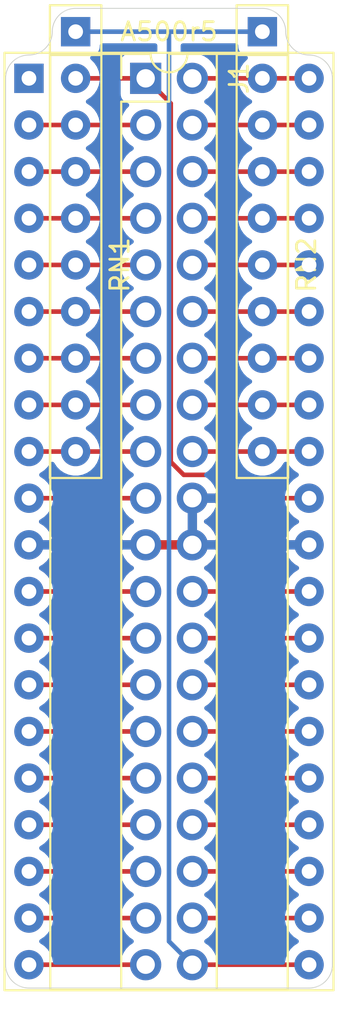
<source format=kicad_pcb>
(kicad_pcb (version 20171130) (host pcbnew 5.1.8-1.fc33)

  (general
    (thickness 1.6)
    (drawings 12)
    (tracks 68)
    (zones 0)
    (modules 4)
    (nets 39)
  )

  (page A4)
  (layers
    (0 F.Cu signal)
    (31 B.Cu signal)
    (32 B.Adhes user)
    (33 F.Adhes user)
    (34 B.Paste user)
    (35 F.Paste user)
    (36 B.SilkS user)
    (37 F.SilkS user)
    (38 B.Mask user)
    (39 F.Mask user)
    (40 Dwgs.User user)
    (41 Cmts.User user)
    (42 Eco1.User user)
    (43 Eco2.User user)
    (44 Edge.Cuts user)
    (45 Margin user)
    (46 B.CrtYd user)
    (47 F.CrtYd user)
    (48 B.Fab user)
    (49 F.Fab user)
  )

  (setup
    (last_trace_width 0.25)
    (trace_clearance 0.2)
    (zone_clearance 0.508)
    (zone_45_only no)
    (trace_min 0.2)
    (via_size 0.8)
    (via_drill 0.4)
    (via_min_size 0.4)
    (via_min_drill 0.3)
    (uvia_size 0.3)
    (uvia_drill 0.1)
    (uvias_allowed no)
    (uvia_min_size 0.2)
    (uvia_min_drill 0.1)
    (edge_width 0.05)
    (segment_width 0.2)
    (pcb_text_width 0.3)
    (pcb_text_size 1.5 1.5)
    (mod_edge_width 0.12)
    (mod_text_size 1 1)
    (mod_text_width 0.15)
    (pad_size 1.524 1.524)
    (pad_drill 0.762)
    (pad_to_mask_clearance 0)
    (aux_axis_origin 0 0)
    (visible_elements FFFFFF7F)
    (pcbplotparams
      (layerselection 0x010fc_ffffffff)
      (usegerberextensions false)
      (usegerberattributes true)
      (usegerberadvancedattributes true)
      (creategerberjobfile true)
      (excludeedgelayer true)
      (linewidth 0.100000)
      (plotframeref false)
      (viasonmask false)
      (mode 1)
      (useauxorigin false)
      (hpglpennumber 1)
      (hpglpenspeed 20)
      (hpglpendiameter 15.000000)
      (psnegative false)
      (psa4output false)
      (plotreference true)
      (plotvalue true)
      (plotinvisibletext false)
      (padsonsilk false)
      (subtractmaskfromsilk false)
      (outputformat 1)
      (mirror false)
      (drillshape 1)
      (scaleselection 1)
      (outputdirectory ""))
  )

  (net 0 "")
  (net 1 /D3)
  (net 2 GND)
  (net 3 /D4)
  (net 4 /D2)
  (net 5 /D5)
  (net 6 /D1)
  (net 7 /D6)
  (net 8 /D0)
  (net 9 /D7)
  (net 10 /A0)
  (net 11 /~CE)
  (net 12 /A1)
  (net 13 /A10)
  (net 14 /A2)
  (net 15 /~OE)
  (net 16 /A3)
  (net 17 /A11)
  (net 18 /A4)
  (net 19 /A9)
  (net 20 /A5)
  (net 21 /A8)
  (net 22 /A6)
  (net 23 /A13)
  (net 24 /A7)
  (net 25 /A14)
  (net 26 /A12)
  (net 27 /A15)
  (net 28 /EXT_VCC)
  (net 29 /D11)
  (net 30 /D12)
  (net 31 /D10)
  (net 32 /D13)
  (net 33 /D9)
  (net 34 /D14)
  (net 35 /D8)
  (net 36 /D15)
  (net 37 /A16)
  (net 38 /A17)

  (net_class Default "This is the default net class."
    (clearance 0.2)
    (trace_width 0.25)
    (via_dia 0.8)
    (via_drill 0.4)
    (uvia_dia 0.3)
    (uvia_drill 0.1)
    (add_net /A0)
    (add_net /A1)
    (add_net /A10)
    (add_net /A11)
    (add_net /A12)
    (add_net /A13)
    (add_net /A14)
    (add_net /A15)
    (add_net /A16)
    (add_net /A17)
    (add_net /A2)
    (add_net /A3)
    (add_net /A4)
    (add_net /A5)
    (add_net /A6)
    (add_net /A7)
    (add_net /A8)
    (add_net /A9)
    (add_net /D0)
    (add_net /D1)
    (add_net /D10)
    (add_net /D11)
    (add_net /D12)
    (add_net /D13)
    (add_net /D14)
    (add_net /D15)
    (add_net /D2)
    (add_net /D3)
    (add_net /D4)
    (add_net /D5)
    (add_net /D6)
    (add_net /D7)
    (add_net /D8)
    (add_net /D9)
    (add_net /EXT_VCC)
    (add_net /~CE)
    (add_net /~OE)
    (add_net "Net-(U1-Pad1)")
  )

  (net_class POWER ""
    (clearance 0.2)
    (trace_width 0.45)
    (via_dia 0.8)
    (via_drill 0.4)
    (uvia_dia 0.3)
    (uvia_drill 0.1)
    (add_net GND)
  )

  (module Resistor_THT:R_Array_SIP10 (layer F.Cu) (tedit 5A14249F) (tstamp 5FB961EF)
    (at 154.94 67.31 270)
    (descr "10-pin Resistor SIP pack")
    (tags R)
    (path /5FCDD6B9)
    (fp_text reference RN2 (at 12.7 -2.4 90) (layer F.SilkS)
      (effects (font (size 1 1) (thickness 0.15)))
    )
    (fp_text value 4k7 (at 12.7 2.4 90) (layer F.Fab)
      (effects (font (size 1 1) (thickness 0.15)))
    )
    (fp_text user %R (at 11.43 0 90) (layer F.Fab)
      (effects (font (size 1 1) (thickness 0.15)))
    )
    (fp_line (start -1.29 -1.25) (end -1.29 1.25) (layer F.Fab) (width 0.1))
    (fp_line (start -1.29 1.25) (end 24.15 1.25) (layer F.Fab) (width 0.1))
    (fp_line (start 24.15 1.25) (end 24.15 -1.25) (layer F.Fab) (width 0.1))
    (fp_line (start 24.15 -1.25) (end -1.29 -1.25) (layer F.Fab) (width 0.1))
    (fp_line (start 1.27 -1.25) (end 1.27 1.25) (layer F.Fab) (width 0.1))
    (fp_line (start -1.44 -1.4) (end -1.44 1.4) (layer F.SilkS) (width 0.12))
    (fp_line (start -1.44 1.4) (end 24.3 1.4) (layer F.SilkS) (width 0.12))
    (fp_line (start 24.3 1.4) (end 24.3 -1.4) (layer F.SilkS) (width 0.12))
    (fp_line (start 24.3 -1.4) (end -1.44 -1.4) (layer F.SilkS) (width 0.12))
    (fp_line (start 1.27 -1.4) (end 1.27 1.4) (layer F.SilkS) (width 0.12))
    (fp_line (start -1.7 -1.65) (end -1.7 1.65) (layer F.CrtYd) (width 0.05))
    (fp_line (start -1.7 1.65) (end 24.55 1.65) (layer F.CrtYd) (width 0.05))
    (fp_line (start 24.55 1.65) (end 24.55 -1.65) (layer F.CrtYd) (width 0.05))
    (fp_line (start 24.55 -1.65) (end -1.7 -1.65) (layer F.CrtYd) (width 0.05))
    (pad 10 thru_hole oval (at 22.86 0 270) (size 1.6 1.6) (drill 0.8) (layers *.Cu *.Mask)
      (net 37 /A16))
    (pad 9 thru_hole oval (at 20.32 0 270) (size 1.6 1.6) (drill 0.8) (layers *.Cu *.Mask)
      (net 27 /A15))
    (pad 8 thru_hole oval (at 17.78 0 270) (size 1.6 1.6) (drill 0.8) (layers *.Cu *.Mask)
      (net 25 /A14))
    (pad 7 thru_hole oval (at 15.24 0 270) (size 1.6 1.6) (drill 0.8) (layers *.Cu *.Mask)
      (net 23 /A13))
    (pad 6 thru_hole oval (at 12.7 0 270) (size 1.6 1.6) (drill 0.8) (layers *.Cu *.Mask)
      (net 26 /A12))
    (pad 5 thru_hole oval (at 10.16 0 270) (size 1.6 1.6) (drill 0.8) (layers *.Cu *.Mask)
      (net 17 /A11))
    (pad 4 thru_hole oval (at 7.62 0 270) (size 1.6 1.6) (drill 0.8) (layers *.Cu *.Mask)
      (net 13 /A10))
    (pad 3 thru_hole oval (at 5.08 0 270) (size 1.6 1.6) (drill 0.8) (layers *.Cu *.Mask)
      (net 19 /A9))
    (pad 2 thru_hole oval (at 2.54 0 270) (size 1.6 1.6) (drill 0.8) (layers *.Cu *.Mask)
      (net 21 /A8))
    (pad 1 thru_hole rect (at 0 0 270) (size 1.6 1.6) (drill 0.8) (layers *.Cu *.Mask)
      (net 28 /EXT_VCC))
    (model ${KISYS3DMOD}/Resistor_THT.3dshapes/R_Array_SIP10.wrl
      (at (xyz 0 0 0))
      (scale (xyz 1 1 1))
      (rotate (xyz 0 0 0))
    )
  )

  (module Resistor_THT:R_Array_SIP10 (layer F.Cu) (tedit 5A14249F) (tstamp 5FB961D2)
    (at 144.78 67.31 270)
    (descr "10-pin Resistor SIP pack")
    (tags R)
    (path /5FCCDD63)
    (fp_text reference RN1 (at 12.7 -2.4 90) (layer F.SilkS)
      (effects (font (size 1 1) (thickness 0.15)))
    )
    (fp_text value 4k7 (at 12.7 2.4 90) (layer F.Fab)
      (effects (font (size 1 1) (thickness 0.15)))
    )
    (fp_text user %R (at 11.43 0 90) (layer F.Fab)
      (effects (font (size 1 1) (thickness 0.15)))
    )
    (fp_line (start -1.29 -1.25) (end -1.29 1.25) (layer F.Fab) (width 0.1))
    (fp_line (start -1.29 1.25) (end 24.15 1.25) (layer F.Fab) (width 0.1))
    (fp_line (start 24.15 1.25) (end 24.15 -1.25) (layer F.Fab) (width 0.1))
    (fp_line (start 24.15 -1.25) (end -1.29 -1.25) (layer F.Fab) (width 0.1))
    (fp_line (start 1.27 -1.25) (end 1.27 1.25) (layer F.Fab) (width 0.1))
    (fp_line (start -1.44 -1.4) (end -1.44 1.4) (layer F.SilkS) (width 0.12))
    (fp_line (start -1.44 1.4) (end 24.3 1.4) (layer F.SilkS) (width 0.12))
    (fp_line (start 24.3 1.4) (end 24.3 -1.4) (layer F.SilkS) (width 0.12))
    (fp_line (start 24.3 -1.4) (end -1.44 -1.4) (layer F.SilkS) (width 0.12))
    (fp_line (start 1.27 -1.4) (end 1.27 1.4) (layer F.SilkS) (width 0.12))
    (fp_line (start -1.7 -1.65) (end -1.7 1.65) (layer F.CrtYd) (width 0.05))
    (fp_line (start -1.7 1.65) (end 24.55 1.65) (layer F.CrtYd) (width 0.05))
    (fp_line (start 24.55 1.65) (end 24.55 -1.65) (layer F.CrtYd) (width 0.05))
    (fp_line (start 24.55 -1.65) (end -1.7 -1.65) (layer F.CrtYd) (width 0.05))
    (pad 10 thru_hole oval (at 22.86 0 270) (size 1.6 1.6) (drill 0.8) (layers *.Cu *.Mask)
      (net 10 /A0))
    (pad 9 thru_hole oval (at 20.32 0 270) (size 1.6 1.6) (drill 0.8) (layers *.Cu *.Mask)
      (net 12 /A1))
    (pad 8 thru_hole oval (at 17.78 0 270) (size 1.6 1.6) (drill 0.8) (layers *.Cu *.Mask)
      (net 14 /A2))
    (pad 7 thru_hole oval (at 15.24 0 270) (size 1.6 1.6) (drill 0.8) (layers *.Cu *.Mask)
      (net 16 /A3))
    (pad 6 thru_hole oval (at 12.7 0 270) (size 1.6 1.6) (drill 0.8) (layers *.Cu *.Mask)
      (net 18 /A4))
    (pad 5 thru_hole oval (at 10.16 0 270) (size 1.6 1.6) (drill 0.8) (layers *.Cu *.Mask)
      (net 20 /A5))
    (pad 4 thru_hole oval (at 7.62 0 270) (size 1.6 1.6) (drill 0.8) (layers *.Cu *.Mask)
      (net 22 /A6))
    (pad 3 thru_hole oval (at 5.08 0 270) (size 1.6 1.6) (drill 0.8) (layers *.Cu *.Mask)
      (net 24 /A7))
    (pad 2 thru_hole oval (at 2.54 0 270) (size 1.6 1.6) (drill 0.8) (layers *.Cu *.Mask)
      (net 38 /A17))
    (pad 1 thru_hole rect (at 0 0 270) (size 1.6 1.6) (drill 0.8) (layers *.Cu *.Mask)
      (net 28 /EXT_VCC))
    (model ${KISYS3DMOD}/Resistor_THT.3dshapes/R_Array_SIP10.wrl
      (at (xyz 0 0 0))
      (scale (xyz 1 1 1))
      (rotate (xyz 0 0 0))
    )
  )

  (module Package_DIP:DIP-40_W15.24mm_Socket (layer F.Cu) (tedit 5A02E8C5) (tstamp 5FB94C7B)
    (at 142.24 69.85)
    (descr "40-lead though-hole mounted DIP package, row spacing 15.24 mm (600 mils), Socket")
    (tags "THT DIP DIL PDIP 2.54mm 15.24mm 600mil Socket")
    (path /5FB99B61)
    (fp_text reference A500r5 (at 7.62 -2.54) (layer F.SilkS)
      (effects (font (size 1 1) (thickness 0.15)))
    )
    (fp_text value "A500 R5" (at 7.62 50.59) (layer F.Fab)
      (effects (font (size 1 1) (thickness 0.15)))
    )
    (fp_line (start 16.8 -1.6) (end -1.55 -1.6) (layer F.CrtYd) (width 0.05))
    (fp_line (start 16.8 49.85) (end 16.8 -1.6) (layer F.CrtYd) (width 0.05))
    (fp_line (start -1.55 49.85) (end 16.8 49.85) (layer F.CrtYd) (width 0.05))
    (fp_line (start -1.55 -1.6) (end -1.55 49.85) (layer F.CrtYd) (width 0.05))
    (fp_line (start 16.57 -1.39) (end -1.33 -1.39) (layer F.SilkS) (width 0.12))
    (fp_line (start 16.57 49.65) (end 16.57 -1.39) (layer F.SilkS) (width 0.12))
    (fp_line (start -1.33 49.65) (end 16.57 49.65) (layer F.SilkS) (width 0.12))
    (fp_line (start -1.33 -1.39) (end -1.33 49.65) (layer F.SilkS) (width 0.12))
    (fp_line (start 14.08 -1.33) (end 8.62 -1.33) (layer F.SilkS) (width 0.12))
    (fp_line (start 14.08 49.59) (end 14.08 -1.33) (layer F.SilkS) (width 0.12))
    (fp_line (start 1.16 49.59) (end 14.08 49.59) (layer F.SilkS) (width 0.12))
    (fp_line (start 1.16 -1.33) (end 1.16 49.59) (layer F.SilkS) (width 0.12))
    (fp_line (start 6.62 -1.33) (end 1.16 -1.33) (layer F.SilkS) (width 0.12))
    (fp_line (start 16.51 -1.33) (end -1.27 -1.33) (layer F.Fab) (width 0.1))
    (fp_line (start 16.51 49.59) (end 16.51 -1.33) (layer F.Fab) (width 0.1))
    (fp_line (start -1.27 49.59) (end 16.51 49.59) (layer F.Fab) (width 0.1))
    (fp_line (start -1.27 -1.33) (end -1.27 49.59) (layer F.Fab) (width 0.1))
    (fp_line (start 0.255 -0.27) (end 1.255 -1.27) (layer F.Fab) (width 0.1))
    (fp_line (start 0.255 49.53) (end 0.255 -0.27) (layer F.Fab) (width 0.1))
    (fp_line (start 14.985 49.53) (end 0.255 49.53) (layer F.Fab) (width 0.1))
    (fp_line (start 14.985 -1.27) (end 14.985 49.53) (layer F.Fab) (width 0.1))
    (fp_line (start 1.255 -1.27) (end 14.985 -1.27) (layer F.Fab) (width 0.1))
    (fp_text user %R (at 7.62 24.13) (layer F.Fab)
      (effects (font (size 1 1) (thickness 0.15)))
    )
    (fp_arc (start 7.62 -1.33) (end 6.62 -1.33) (angle -180) (layer F.SilkS) (width 0.12))
    (pad 40 thru_hole oval (at 15.24 0) (size 1.6 1.6) (drill 0.8) (layers *.Cu *.Mask)
      (net 21 /A8))
    (pad 20 thru_hole oval (at 0 48.26) (size 1.6 1.6) (drill 0.8) (layers *.Cu *.Mask)
      (net 29 /D11))
    (pad 39 thru_hole oval (at 15.24 2.54) (size 1.6 1.6) (drill 0.8) (layers *.Cu *.Mask)
      (net 19 /A9))
    (pad 19 thru_hole oval (at 0 45.72) (size 1.6 1.6) (drill 0.8) (layers *.Cu *.Mask)
      (net 1 /D3))
    (pad 38 thru_hole oval (at 15.24 5.08) (size 1.6 1.6) (drill 0.8) (layers *.Cu *.Mask)
      (net 13 /A10))
    (pad 18 thru_hole oval (at 0 43.18) (size 1.6 1.6) (drill 0.8) (layers *.Cu *.Mask)
      (net 31 /D10))
    (pad 37 thru_hole oval (at 15.24 7.62) (size 1.6 1.6) (drill 0.8) (layers *.Cu *.Mask)
      (net 17 /A11))
    (pad 17 thru_hole oval (at 0 40.64) (size 1.6 1.6) (drill 0.8) (layers *.Cu *.Mask)
      (net 4 /D2))
    (pad 36 thru_hole oval (at 15.24 10.16) (size 1.6 1.6) (drill 0.8) (layers *.Cu *.Mask)
      (net 26 /A12))
    (pad 16 thru_hole oval (at 0 38.1) (size 1.6 1.6) (drill 0.8) (layers *.Cu *.Mask)
      (net 33 /D9))
    (pad 35 thru_hole oval (at 15.24 12.7) (size 1.6 1.6) (drill 0.8) (layers *.Cu *.Mask)
      (net 23 /A13))
    (pad 15 thru_hole oval (at 0 35.56) (size 1.6 1.6) (drill 0.8) (layers *.Cu *.Mask)
      (net 6 /D1))
    (pad 34 thru_hole oval (at 15.24 15.24) (size 1.6 1.6) (drill 0.8) (layers *.Cu *.Mask)
      (net 25 /A14))
    (pad 14 thru_hole oval (at 0 33.02) (size 1.6 1.6) (drill 0.8) (layers *.Cu *.Mask)
      (net 35 /D8))
    (pad 33 thru_hole oval (at 15.24 17.78) (size 1.6 1.6) (drill 0.8) (layers *.Cu *.Mask)
      (net 27 /A15))
    (pad 13 thru_hole oval (at 0 30.48) (size 1.6 1.6) (drill 0.8) (layers *.Cu *.Mask)
      (net 8 /D0))
    (pad 32 thru_hole oval (at 15.24 20.32) (size 1.6 1.6) (drill 0.8) (layers *.Cu *.Mask)
      (net 37 /A16))
    (pad 12 thru_hole oval (at 0 27.94) (size 1.6 1.6) (drill 0.8) (layers *.Cu *.Mask)
      (net 15 /~OE))
    (pad 31 thru_hole oval (at 15.24 22.86) (size 1.6 1.6) (drill 0.8) (layers *.Cu *.Mask)
      (net 38 /A17))
    (pad 11 thru_hole oval (at 0 25.4) (size 1.6 1.6) (drill 0.8) (layers *.Cu *.Mask)
      (net 2 GND))
    (pad 30 thru_hole oval (at 15.24 25.4) (size 1.6 1.6) (drill 0.8) (layers *.Cu *.Mask)
      (net 2 GND))
    (pad 10 thru_hole oval (at 0 22.86) (size 1.6 1.6) (drill 0.8) (layers *.Cu *.Mask)
      (net 11 /~CE))
    (pad 29 thru_hole oval (at 15.24 27.94) (size 1.6 1.6) (drill 0.8) (layers *.Cu *.Mask)
      (net 36 /D15))
    (pad 9 thru_hole oval (at 0 20.32) (size 1.6 1.6) (drill 0.8) (layers *.Cu *.Mask)
      (net 10 /A0))
    (pad 28 thru_hole oval (at 15.24 30.48) (size 1.6 1.6) (drill 0.8) (layers *.Cu *.Mask)
      (net 9 /D7))
    (pad 8 thru_hole oval (at 0 17.78) (size 1.6 1.6) (drill 0.8) (layers *.Cu *.Mask)
      (net 12 /A1))
    (pad 27 thru_hole oval (at 15.24 33.02) (size 1.6 1.6) (drill 0.8) (layers *.Cu *.Mask)
      (net 34 /D14))
    (pad 7 thru_hole oval (at 0 15.24) (size 1.6 1.6) (drill 0.8) (layers *.Cu *.Mask)
      (net 14 /A2))
    (pad 26 thru_hole oval (at 15.24 35.56) (size 1.6 1.6) (drill 0.8) (layers *.Cu *.Mask)
      (net 7 /D6))
    (pad 6 thru_hole oval (at 0 12.7) (size 1.6 1.6) (drill 0.8) (layers *.Cu *.Mask)
      (net 16 /A3))
    (pad 25 thru_hole oval (at 15.24 38.1) (size 1.6 1.6) (drill 0.8) (layers *.Cu *.Mask)
      (net 32 /D13))
    (pad 5 thru_hole oval (at 0 10.16) (size 1.6 1.6) (drill 0.8) (layers *.Cu *.Mask)
      (net 18 /A4))
    (pad 24 thru_hole oval (at 15.24 40.64) (size 1.6 1.6) (drill 0.8) (layers *.Cu *.Mask)
      (net 5 /D5))
    (pad 4 thru_hole oval (at 0 7.62) (size 1.6 1.6) (drill 0.8) (layers *.Cu *.Mask)
      (net 20 /A5))
    (pad 23 thru_hole oval (at 15.24 43.18) (size 1.6 1.6) (drill 0.8) (layers *.Cu *.Mask)
      (net 30 /D12))
    (pad 3 thru_hole oval (at 0 5.08) (size 1.6 1.6) (drill 0.8) (layers *.Cu *.Mask)
      (net 22 /A6))
    (pad 22 thru_hole oval (at 15.24 45.72) (size 1.6 1.6) (drill 0.8) (layers *.Cu *.Mask)
      (net 3 /D4))
    (pad 2 thru_hole oval (at 0 2.54) (size 1.6 1.6) (drill 0.8) (layers *.Cu *.Mask)
      (net 24 /A7))
    (pad 21 thru_hole oval (at 15.24 48.26) (size 1.6 1.6) (drill 0.8) (layers *.Cu *.Mask)
      (net 28 /EXT_VCC))
    (pad 1 thru_hole rect (at 0 0) (size 1.6 1.6) (drill 0.8) (layers *.Cu *.Mask))
    (model ${KISYS3DMOD}/Package_DIP.3dshapes/DIP-40_W15.24mm_Socket.wrl
      (at (xyz 0 0 0))
      (scale (xyz 1 1 1))
      (rotate (xyz 0 0 0))
    )
  )

  (module Connector_PinHeader_2.54mm:PinHeader_2x20_P2.54mm_Vertical (layer F.Cu) (tedit 59FED5CC) (tstamp 5FB94C37)
    (at 148.59 69.85)
    (descr "Through hole straight pin header, 2x20, 2.54mm pitch, double rows")
    (tags "Through hole pin header THT 2x20 2.54mm double row")
    (path /5FB9CB9B)
    (fp_text reference J1 (at 5.08 0 -90) (layer F.SilkS)
      (effects (font (size 1 1) (thickness 0.15)))
    )
    (fp_text value Adapter (at 1.27 50.59) (layer F.Fab)
      (effects (font (size 1 1) (thickness 0.15)))
    )
    (fp_line (start 4.35 -1.8) (end -1.8 -1.8) (layer F.CrtYd) (width 0.05))
    (fp_line (start 4.35 50.05) (end 4.35 -1.8) (layer F.CrtYd) (width 0.05))
    (fp_line (start -1.8 50.05) (end 4.35 50.05) (layer F.CrtYd) (width 0.05))
    (fp_line (start -1.8 -1.8) (end -1.8 50.05) (layer F.CrtYd) (width 0.05))
    (fp_line (start -1.33 -1.33) (end 0 -1.33) (layer F.SilkS) (width 0.12))
    (fp_line (start -1.33 0) (end -1.33 -1.33) (layer F.SilkS) (width 0.12))
    (fp_line (start 1.27 -1.33) (end 3.87 -1.33) (layer F.SilkS) (width 0.12))
    (fp_line (start 1.27 1.27) (end 1.27 -1.33) (layer F.SilkS) (width 0.12))
    (fp_line (start -1.33 1.27) (end 1.27 1.27) (layer F.SilkS) (width 0.12))
    (fp_line (start 3.87 -1.33) (end 3.87 49.59) (layer F.SilkS) (width 0.12))
    (fp_line (start -1.33 1.27) (end -1.33 49.59) (layer F.SilkS) (width 0.12))
    (fp_line (start -1.33 49.59) (end 3.87 49.59) (layer F.SilkS) (width 0.12))
    (fp_line (start -1.27 0) (end 0 -1.27) (layer F.Fab) (width 0.1))
    (fp_line (start -1.27 49.53) (end -1.27 0) (layer F.Fab) (width 0.1))
    (fp_line (start 3.81 49.53) (end -1.27 49.53) (layer F.Fab) (width 0.1))
    (fp_line (start 3.81 -1.27) (end 3.81 49.53) (layer F.Fab) (width 0.1))
    (fp_line (start 0 -1.27) (end 3.81 -1.27) (layer F.Fab) (width 0.1))
    (fp_text user %R (at 1.27 24.13 90) (layer F.Fab)
      (effects (font (size 1 1) (thickness 0.15)))
    )
    (pad 40 thru_hole oval (at 2.54 48.26) (size 1.7 1.7) (drill 1) (layers *.Cu *.Mask)
      (net 28 /EXT_VCC))
    (pad 39 thru_hole oval (at 0 48.26) (size 1.7 1.7) (drill 1) (layers *.Cu *.Mask)
      (net 29 /D11))
    (pad 38 thru_hole oval (at 2.54 45.72) (size 1.7 1.7) (drill 1) (layers *.Cu *.Mask)
      (net 3 /D4))
    (pad 37 thru_hole oval (at 0 45.72) (size 1.7 1.7) (drill 1) (layers *.Cu *.Mask)
      (net 1 /D3))
    (pad 36 thru_hole oval (at 2.54 43.18) (size 1.7 1.7) (drill 1) (layers *.Cu *.Mask)
      (net 30 /D12))
    (pad 35 thru_hole oval (at 0 43.18) (size 1.7 1.7) (drill 1) (layers *.Cu *.Mask)
      (net 31 /D10))
    (pad 34 thru_hole oval (at 2.54 40.64) (size 1.7 1.7) (drill 1) (layers *.Cu *.Mask)
      (net 5 /D5))
    (pad 33 thru_hole oval (at 0 40.64) (size 1.7 1.7) (drill 1) (layers *.Cu *.Mask)
      (net 4 /D2))
    (pad 32 thru_hole oval (at 2.54 38.1) (size 1.7 1.7) (drill 1) (layers *.Cu *.Mask)
      (net 32 /D13))
    (pad 31 thru_hole oval (at 0 38.1) (size 1.7 1.7) (drill 1) (layers *.Cu *.Mask)
      (net 33 /D9))
    (pad 30 thru_hole oval (at 2.54 35.56) (size 1.7 1.7) (drill 1) (layers *.Cu *.Mask)
      (net 7 /D6))
    (pad 29 thru_hole oval (at 0 35.56) (size 1.7 1.7) (drill 1) (layers *.Cu *.Mask)
      (net 6 /D1))
    (pad 28 thru_hole oval (at 2.54 33.02) (size 1.7 1.7) (drill 1) (layers *.Cu *.Mask)
      (net 34 /D14))
    (pad 27 thru_hole oval (at 0 33.02) (size 1.7 1.7) (drill 1) (layers *.Cu *.Mask)
      (net 35 /D8))
    (pad 26 thru_hole oval (at 2.54 30.48) (size 1.7 1.7) (drill 1) (layers *.Cu *.Mask)
      (net 9 /D7))
    (pad 25 thru_hole oval (at 0 30.48) (size 1.7 1.7) (drill 1) (layers *.Cu *.Mask)
      (net 8 /D0))
    (pad 24 thru_hole oval (at 2.54 27.94) (size 1.7 1.7) (drill 1) (layers *.Cu *.Mask)
      (net 36 /D15))
    (pad 23 thru_hole oval (at 0 27.94) (size 1.7 1.7) (drill 1) (layers *.Cu *.Mask)
      (net 15 /~OE))
    (pad 22 thru_hole oval (at 2.54 25.4) (size 1.7 1.7) (drill 1) (layers *.Cu *.Mask)
      (net 2 GND))
    (pad 21 thru_hole oval (at 0 25.4) (size 1.7 1.7) (drill 1) (layers *.Cu *.Mask)
      (net 2 GND))
    (pad 20 thru_hole oval (at 2.54 22.86) (size 1.7 1.7) (drill 1) (layers *.Cu *.Mask)
      (net 2 GND))
    (pad 19 thru_hole oval (at 0 22.86) (size 1.7 1.7) (drill 1) (layers *.Cu *.Mask)
      (net 11 /~CE))
    (pad 18 thru_hole oval (at 2.54 20.32) (size 1.7 1.7) (drill 1) (layers *.Cu *.Mask)
      (net 37 /A16))
    (pad 17 thru_hole oval (at 0 20.32) (size 1.7 1.7) (drill 1) (layers *.Cu *.Mask)
      (net 10 /A0))
    (pad 16 thru_hole oval (at 2.54 17.78) (size 1.7 1.7) (drill 1) (layers *.Cu *.Mask)
      (net 27 /A15))
    (pad 15 thru_hole oval (at 0 17.78) (size 1.7 1.7) (drill 1) (layers *.Cu *.Mask)
      (net 12 /A1))
    (pad 14 thru_hole oval (at 2.54 15.24) (size 1.7 1.7) (drill 1) (layers *.Cu *.Mask)
      (net 25 /A14))
    (pad 13 thru_hole oval (at 0 15.24) (size 1.7 1.7) (drill 1) (layers *.Cu *.Mask)
      (net 14 /A2))
    (pad 12 thru_hole oval (at 2.54 12.7) (size 1.7 1.7) (drill 1) (layers *.Cu *.Mask)
      (net 23 /A13))
    (pad 11 thru_hole oval (at 0 12.7) (size 1.7 1.7) (drill 1) (layers *.Cu *.Mask)
      (net 16 /A3))
    (pad 10 thru_hole oval (at 2.54 10.16) (size 1.7 1.7) (drill 1) (layers *.Cu *.Mask)
      (net 26 /A12))
    (pad 9 thru_hole oval (at 0 10.16) (size 1.7 1.7) (drill 1) (layers *.Cu *.Mask)
      (net 18 /A4))
    (pad 8 thru_hole oval (at 2.54 7.62) (size 1.7 1.7) (drill 1) (layers *.Cu *.Mask)
      (net 17 /A11))
    (pad 7 thru_hole oval (at 0 7.62) (size 1.7 1.7) (drill 1) (layers *.Cu *.Mask)
      (net 20 /A5))
    (pad 6 thru_hole oval (at 2.54 5.08) (size 1.7 1.7) (drill 1) (layers *.Cu *.Mask)
      (net 13 /A10))
    (pad 5 thru_hole oval (at 0 5.08) (size 1.7 1.7) (drill 1) (layers *.Cu *.Mask)
      (net 22 /A6))
    (pad 4 thru_hole oval (at 2.54 2.54) (size 1.7 1.7) (drill 1) (layers *.Cu *.Mask)
      (net 19 /A9))
    (pad 3 thru_hole oval (at 0 2.54) (size 1.7 1.7) (drill 1) (layers *.Cu *.Mask)
      (net 24 /A7))
    (pad 2 thru_hole oval (at 2.54 0) (size 1.7 1.7) (drill 1) (layers *.Cu *.Mask)
      (net 21 /A8))
    (pad 1 thru_hole rect (at 0 0) (size 1.7 1.7) (drill 1) (layers *.Cu *.Mask)
      (net 38 /A17))
    (model ${KISYS3DMOD}/Connector_PinHeader_2.54mm.3dshapes/PinHeader_2x20_P2.54mm_Vertical.wrl
      (at (xyz 0 0 0))
      (scale (xyz 1 1 1))
      (rotate (xyz 0 0 0))
    )
  )

  (gr_line (start 154.94 66.04) (end 144.78 66.04) (layer Edge.Cuts) (width 0.05) (tstamp 5FB965B9))
  (gr_arc (start 154.94 67.31) (end 156.21 67.31) (angle -90) (layer Edge.Cuts) (width 0.05))
  (gr_arc (start 144.78 67.31) (end 144.78 66.04) (angle -90) (layer Edge.Cuts) (width 0.05))
  (gr_arc (start 142.24 67.31) (end 142.24 68.58) (angle -90) (layer Edge.Cuts) (width 0.05))
  (gr_arc (start 157.48 67.31) (end 156.21 67.31) (angle -90) (layer Edge.Cuts) (width 0.05))
  (gr_line (start 142.24 119.38) (end 157.48 119.38) (layer Edge.Cuts) (width 0.05) (tstamp 5FB63A42))
  (gr_line (start 158.75 69.85) (end 158.75 118.11) (layer Edge.Cuts) (width 0.05) (tstamp 5FB63A41))
  (gr_line (start 140.97 118.11) (end 140.97 69.85) (layer Edge.Cuts) (width 0.05) (tstamp 5FB63A3F))
  (gr_arc (start 157.48 118.11) (end 157.48 119.38) (angle -90) (layer Edge.Cuts) (width 0.05))
  (gr_arc (start 142.24 118.11) (end 140.97 118.11) (angle -90) (layer Edge.Cuts) (width 0.05))
  (gr_arc (start 157.48 69.85) (end 158.75 69.85) (angle -90) (layer Edge.Cuts) (width 0.05))
  (gr_arc (start 142.24 69.85) (end 142.24 68.58) (angle -90) (layer Edge.Cuts) (width 0.05))

  (segment (start 142.24 115.57) (end 148.59 115.57) (width 0.25) (layer F.Cu) (net 1))
  (segment (start 151.13 92.71) (end 151.13 95.25) (width 0.45) (layer F.Cu) (net 2))
  (segment (start 151.13 95.25) (end 157.48 95.25) (width 0.45) (layer F.Cu) (net 2))
  (segment (start 142.24 95.25) (end 148.59 95.25) (width 0.45) (layer F.Cu) (net 2))
  (segment (start 148.59 95.25) (end 151.13 95.25) (width 0.45) (layer F.Cu) (net 2))
  (segment (start 151.13 115.57) (end 157.48 115.57) (width 0.25) (layer F.Cu) (net 3))
  (segment (start 142.24 110.49) (end 148.59 110.49) (width 0.25) (layer F.Cu) (net 4))
  (segment (start 151.13 110.49) (end 157.48 110.49) (width 0.25) (layer F.Cu) (net 5))
  (segment (start 142.24 105.41) (end 148.59 105.41) (width 0.25) (layer F.Cu) (net 6))
  (segment (start 151.13 105.41) (end 157.48 105.41) (width 0.25) (layer F.Cu) (net 7))
  (segment (start 142.24 100.33) (end 148.59 100.33) (width 0.25) (layer F.Cu) (net 8))
  (segment (start 151.13 100.33) (end 157.48 100.33) (width 0.25) (layer F.Cu) (net 9))
  (segment (start 148.59 90.17) (end 144.78 90.17) (width 0.25) (layer F.Cu) (net 10))
  (segment (start 144.78 90.17) (end 142.24 90.17) (width 0.25) (layer F.Cu) (net 10))
  (segment (start 148.59 92.71) (end 142.24 92.71) (width 0.25) (layer F.Cu) (net 11))
  (segment (start 148.59 87.63) (end 144.78 87.63) (width 0.25) (layer F.Cu) (net 12))
  (segment (start 144.78 87.63) (end 142.24 87.63) (width 0.25) (layer F.Cu) (net 12))
  (segment (start 151.13 74.93) (end 154.94 74.93) (width 0.25) (layer F.Cu) (net 13))
  (segment (start 154.94 74.93) (end 157.48 74.93) (width 0.25) (layer F.Cu) (net 13))
  (segment (start 148.59 85.09) (end 144.78 85.09) (width 0.25) (layer F.Cu) (net 14))
  (segment (start 144.78 85.09) (end 142.24 85.09) (width 0.25) (layer F.Cu) (net 14))
  (segment (start 148.59 97.79) (end 142.24 97.79) (width 0.25) (layer F.Cu) (net 15))
  (segment (start 148.59 82.55) (end 144.78 82.55) (width 0.25) (layer F.Cu) (net 16))
  (segment (start 144.78 82.55) (end 142.24 82.55) (width 0.25) (layer F.Cu) (net 16))
  (segment (start 151.13 77.47) (end 154.94 77.47) (width 0.25) (layer F.Cu) (net 17))
  (segment (start 154.94 77.47) (end 157.48 77.47) (width 0.25) (layer F.Cu) (net 17))
  (segment (start 148.59 80.01) (end 144.78 80.01) (width 0.25) (layer F.Cu) (net 18))
  (segment (start 144.78 80.01) (end 142.24 80.01) (width 0.25) (layer F.Cu) (net 18))
  (segment (start 151.13 72.39) (end 154.94 72.39) (width 0.25) (layer F.Cu) (net 19))
  (segment (start 154.94 72.39) (end 157.48 72.39) (width 0.25) (layer F.Cu) (net 19))
  (segment (start 148.59 77.47) (end 144.78 77.47) (width 0.25) (layer F.Cu) (net 20))
  (segment (start 144.78 77.47) (end 142.24 77.47) (width 0.25) (layer F.Cu) (net 20))
  (segment (start 151.13 69.85) (end 154.94 69.85) (width 0.25) (layer F.Cu) (net 21))
  (segment (start 154.94 69.85) (end 157.48 69.85) (width 0.25) (layer F.Cu) (net 21))
  (segment (start 148.59 74.93) (end 144.78 74.93) (width 0.25) (layer F.Cu) (net 22))
  (segment (start 144.78 74.93) (end 142.24 74.93) (width 0.25) (layer F.Cu) (net 22))
  (segment (start 151.13 82.55) (end 154.94 82.55) (width 0.25) (layer F.Cu) (net 23))
  (segment (start 154.94 82.55) (end 157.48 82.55) (width 0.25) (layer F.Cu) (net 23))
  (segment (start 148.59 72.39) (end 144.78 72.39) (width 0.25) (layer F.Cu) (net 24))
  (segment (start 144.78 72.39) (end 142.24 72.39) (width 0.25) (layer F.Cu) (net 24))
  (segment (start 151.13 85.09) (end 154.94 85.09) (width 0.25) (layer F.Cu) (net 25))
  (segment (start 154.94 85.09) (end 157.48 85.09) (width 0.25) (layer F.Cu) (net 25))
  (segment (start 151.13 80.01) (end 154.94 80.01) (width 0.25) (layer F.Cu) (net 26))
  (segment (start 154.94 80.01) (end 157.48 80.01) (width 0.25) (layer F.Cu) (net 26))
  (segment (start 151.13 87.63) (end 154.94 87.63) (width 0.25) (layer F.Cu) (net 27))
  (segment (start 154.94 87.63) (end 157.48 87.63) (width 0.25) (layer F.Cu) (net 27))
  (segment (start 157.48 118.11) (end 151.13 118.11) (width 0.25) (layer F.Cu) (net 28))
  (segment (start 149.86 67.31) (end 149.86 116.84) (width 0.25) (layer B.Cu) (net 28))
  (segment (start 144.78 67.31) (end 149.86 67.31) (width 0.25) (layer B.Cu) (net 28))
  (segment (start 149.86 67.31) (end 154.94 67.31) (width 0.25) (layer B.Cu) (net 28))
  (segment (start 149.86 116.84) (end 151.13 118.11) (width 0.25) (layer B.Cu) (net 28))
  (segment (start 148.59 118.11) (end 142.24 118.11) (width 0.25) (layer F.Cu) (net 29))
  (segment (start 151.13 113.03) (end 157.48 113.03) (width 0.25) (layer F.Cu) (net 30))
  (segment (start 148.59 113.03) (end 142.24 113.03) (width 0.25) (layer F.Cu) (net 31))
  (segment (start 151.13 107.95) (end 157.48 107.95) (width 0.25) (layer F.Cu) (net 32))
  (segment (start 148.59 107.95) (end 142.24 107.95) (width 0.25) (layer F.Cu) (net 33))
  (segment (start 151.13 102.87) (end 157.48 102.87) (width 0.25) (layer F.Cu) (net 34))
  (segment (start 148.59 102.87) (end 142.24 102.87) (width 0.25) (layer F.Cu) (net 35))
  (segment (start 151.13 97.79) (end 157.48 97.79) (width 0.25) (layer F.Cu) (net 36))
  (segment (start 151.13 90.17) (end 154.94 90.17) (width 0.25) (layer F.Cu) (net 37))
  (segment (start 154.94 90.17) (end 157.48 90.17) (width 0.25) (layer F.Cu) (net 37))
  (segment (start 144.78 69.85) (end 148.59 69.85) (width 0.25) (layer F.Cu) (net 38))
  (segment (start 149.954999 90.734001) (end 150.660998 91.44) (width 0.25) (layer F.Cu) (net 38))
  (segment (start 149.954999 71.214999) (end 149.954999 90.734001) (width 0.25) (layer F.Cu) (net 38))
  (segment (start 148.59 69.85) (end 149.954999 71.214999) (width 0.25) (layer F.Cu) (net 38))
  (segment (start 150.660998 91.44) (end 153.67 91.44) (width 0.25) (layer F.Cu) (net 38))
  (segment (start 154.94 92.71) (end 157.48 92.71) (width 0.25) (layer F.Cu) (net 38))
  (segment (start 153.67 91.44) (end 154.94 92.71) (width 0.25) (layer F.Cu) (net 38))

  (zone (net 2) (net_name GND) (layer B.Cu) (tstamp 0) (hatch edge 0.508)
    (connect_pads (clearance 0.508))
    (min_thickness 0.254)
    (fill yes (arc_segments 32) (thermal_gap 0.508) (thermal_bridge_width 0.508))
    (polygon
      (pts
        (xy 154.94 69.85) (xy 157.48 69.85) (xy 157.48 118.11) (xy 142.24 118.11) (xy 142.24 69.85)
        (xy 144.78 69.85) (xy 144.78 67.31) (xy 154.94 67.31)
      )
    )
    (filled_polygon
      (pts
        (xy 153.501928 68.11) (xy 153.514188 68.234482) (xy 153.550498 68.35418) (xy 153.609463 68.464494) (xy 153.688815 68.561185)
        (xy 153.785506 68.640537) (xy 153.89582 68.699502) (xy 154.015518 68.735812) (xy 154.023961 68.736643) (xy 153.825363 68.935241)
        (xy 153.66832 69.170273) (xy 153.560147 69.431426) (xy 153.505 69.708665) (xy 153.505 69.991335) (xy 153.560147 70.268574)
        (xy 153.66832 70.529727) (xy 153.825363 70.764759) (xy 154.025241 70.964637) (xy 154.257759 71.12) (xy 154.025241 71.275363)
        (xy 153.825363 71.475241) (xy 153.66832 71.710273) (xy 153.560147 71.971426) (xy 153.505 72.248665) (xy 153.505 72.531335)
        (xy 153.560147 72.808574) (xy 153.66832 73.069727) (xy 153.825363 73.304759) (xy 154.025241 73.504637) (xy 154.257759 73.66)
        (xy 154.025241 73.815363) (xy 153.825363 74.015241) (xy 153.66832 74.250273) (xy 153.560147 74.511426) (xy 153.505 74.788665)
        (xy 153.505 75.071335) (xy 153.560147 75.348574) (xy 153.66832 75.609727) (xy 153.825363 75.844759) (xy 154.025241 76.044637)
        (xy 154.257759 76.2) (xy 154.025241 76.355363) (xy 153.825363 76.555241) (xy 153.66832 76.790273) (xy 153.560147 77.051426)
        (xy 153.505 77.328665) (xy 153.505 77.611335) (xy 153.560147 77.888574) (xy 153.66832 78.149727) (xy 153.825363 78.384759)
        (xy 154.025241 78.584637) (xy 154.257759 78.74) (xy 154.025241 78.895363) (xy 153.825363 79.095241) (xy 153.66832 79.330273)
        (xy 153.560147 79.591426) (xy 153.505 79.868665) (xy 153.505 80.151335) (xy 153.560147 80.428574) (xy 153.66832 80.689727)
        (xy 153.825363 80.924759) (xy 154.025241 81.124637) (xy 154.257759 81.28) (xy 154.025241 81.435363) (xy 153.825363 81.635241)
        (xy 153.66832 81.870273) (xy 153.560147 82.131426) (xy 153.505 82.408665) (xy 153.505 82.691335) (xy 153.560147 82.968574)
        (xy 153.66832 83.229727) (xy 153.825363 83.464759) (xy 154.025241 83.664637) (xy 154.257759 83.82) (xy 154.025241 83.975363)
        (xy 153.825363 84.175241) (xy 153.66832 84.410273) (xy 153.560147 84.671426) (xy 153.505 84.948665) (xy 153.505 85.231335)
        (xy 153.560147 85.508574) (xy 153.66832 85.769727) (xy 153.825363 86.004759) (xy 154.025241 86.204637) (xy 154.257759 86.36)
        (xy 154.025241 86.515363) (xy 153.825363 86.715241) (xy 153.66832 86.950273) (xy 153.560147 87.211426) (xy 153.505 87.488665)
        (xy 153.505 87.771335) (xy 153.560147 88.048574) (xy 153.66832 88.309727) (xy 153.825363 88.544759) (xy 154.025241 88.744637)
        (xy 154.257759 88.9) (xy 154.025241 89.055363) (xy 153.825363 89.255241) (xy 153.66832 89.490273) (xy 153.560147 89.751426)
        (xy 153.505 90.028665) (xy 153.505 90.311335) (xy 153.560147 90.588574) (xy 153.66832 90.849727) (xy 153.825363 91.084759)
        (xy 154.025241 91.284637) (xy 154.260273 91.44168) (xy 154.521426 91.549853) (xy 154.798665 91.605) (xy 155.081335 91.605)
        (xy 155.358574 91.549853) (xy 155.619727 91.44168) (xy 155.854759 91.284637) (xy 156.054637 91.084759) (xy 156.21 90.852241)
        (xy 156.365363 91.084759) (xy 156.565241 91.284637) (xy 156.797759 91.44) (xy 156.565241 91.595363) (xy 156.365363 91.795241)
        (xy 156.20832 92.030273) (xy 156.100147 92.291426) (xy 156.045 92.568665) (xy 156.045 92.851335) (xy 156.100147 93.128574)
        (xy 156.20832 93.389727) (xy 156.365363 93.624759) (xy 156.565241 93.824637) (xy 156.800273 93.98168) (xy 156.810865 93.986067)
        (xy 156.624869 94.097615) (xy 156.416481 94.286586) (xy 156.248963 94.51258) (xy 156.128754 94.766913) (xy 156.088096 94.900961)
        (xy 156.210085 95.123) (xy 157.353 95.123) (xy 157.353 95.377) (xy 156.210085 95.377) (xy 156.088096 95.599039)
        (xy 156.128754 95.733087) (xy 156.248963 95.98742) (xy 156.416481 96.213414) (xy 156.624869 96.402385) (xy 156.810865 96.513933)
        (xy 156.800273 96.51832) (xy 156.565241 96.675363) (xy 156.365363 96.875241) (xy 156.20832 97.110273) (xy 156.100147 97.371426)
        (xy 156.045 97.648665) (xy 156.045 97.931335) (xy 156.100147 98.208574) (xy 156.20832 98.469727) (xy 156.365363 98.704759)
        (xy 156.565241 98.904637) (xy 156.797759 99.06) (xy 156.565241 99.215363) (xy 156.365363 99.415241) (xy 156.20832 99.650273)
        (xy 156.100147 99.911426) (xy 156.045 100.188665) (xy 156.045 100.471335) (xy 156.100147 100.748574) (xy 156.20832 101.009727)
        (xy 156.365363 101.244759) (xy 156.565241 101.444637) (xy 156.797759 101.6) (xy 156.565241 101.755363) (xy 156.365363 101.955241)
        (xy 156.20832 102.190273) (xy 156.100147 102.451426) (xy 156.045 102.728665) (xy 156.045 103.011335) (xy 156.100147 103.288574)
        (xy 156.20832 103.549727) (xy 156.365363 103.784759) (xy 156.565241 103.984637) (xy 156.797759 104.14) (xy 156.565241 104.295363)
        (xy 156.365363 104.495241) (xy 156.20832 104.730273) (xy 156.100147 104.991426) (xy 156.045 105.268665) (xy 156.045 105.551335)
        (xy 156.100147 105.828574) (xy 156.20832 106.089727) (xy 156.365363 106.324759) (xy 156.565241 106.524637) (xy 156.797759 106.68)
        (xy 156.565241 106.835363) (xy 156.365363 107.035241) (xy 156.20832 107.270273) (xy 156.100147 107.531426) (xy 156.045 107.808665)
        (xy 156.045 108.091335) (xy 156.100147 108.368574) (xy 156.20832 108.629727) (xy 156.365363 108.864759) (xy 156.565241 109.064637)
        (xy 156.797759 109.22) (xy 156.565241 109.375363) (xy 156.365363 109.575241) (xy 156.20832 109.810273) (xy 156.100147 110.071426)
        (xy 156.045 110.348665) (xy 156.045 110.631335) (xy 156.100147 110.908574) (xy 156.20832 111.169727) (xy 156.365363 111.404759)
        (xy 156.565241 111.604637) (xy 156.797759 111.76) (xy 156.565241 111.915363) (xy 156.365363 112.115241) (xy 156.20832 112.350273)
        (xy 156.100147 112.611426) (xy 156.045 112.888665) (xy 156.045 113.171335) (xy 156.100147 113.448574) (xy 156.20832 113.709727)
        (xy 156.365363 113.944759) (xy 156.565241 114.144637) (xy 156.797759 114.3) (xy 156.565241 114.455363) (xy 156.365363 114.655241)
        (xy 156.20832 114.890273) (xy 156.100147 115.151426) (xy 156.045 115.428665) (xy 156.045 115.711335) (xy 156.100147 115.988574)
        (xy 156.20832 116.249727) (xy 156.365363 116.484759) (xy 156.565241 116.684637) (xy 156.797759 116.84) (xy 156.565241 116.995363)
        (xy 156.365363 117.195241) (xy 156.20832 117.430273) (xy 156.100147 117.691426) (xy 156.045 117.968665) (xy 156.045 117.983)
        (xy 152.615 117.983) (xy 152.615 117.96374) (xy 152.557932 117.676842) (xy 152.44599 117.406589) (xy 152.283475 117.163368)
        (xy 152.076632 116.956525) (xy 151.90224 116.84) (xy 152.076632 116.723475) (xy 152.283475 116.516632) (xy 152.44599 116.273411)
        (xy 152.557932 116.003158) (xy 152.615 115.71626) (xy 152.615 115.42374) (xy 152.557932 115.136842) (xy 152.44599 114.866589)
        (xy 152.283475 114.623368) (xy 152.076632 114.416525) (xy 151.90224 114.3) (xy 152.076632 114.183475) (xy 152.283475 113.976632)
        (xy 152.44599 113.733411) (xy 152.557932 113.463158) (xy 152.615 113.17626) (xy 152.615 112.88374) (xy 152.557932 112.596842)
        (xy 152.44599 112.326589) (xy 152.283475 112.083368) (xy 152.076632 111.876525) (xy 151.90224 111.76) (xy 152.076632 111.643475)
        (xy 152.283475 111.436632) (xy 152.44599 111.193411) (xy 152.557932 110.923158) (xy 152.615 110.63626) (xy 152.615 110.34374)
        (xy 152.557932 110.056842) (xy 152.44599 109.786589) (xy 152.283475 109.543368) (xy 152.076632 109.336525) (xy 151.90224 109.22)
        (xy 152.076632 109.103475) (xy 152.283475 108.896632) (xy 152.44599 108.653411) (xy 152.557932 108.383158) (xy 152.615 108.09626)
        (xy 152.615 107.80374) (xy 152.557932 107.516842) (xy 152.44599 107.246589) (xy 152.283475 107.003368) (xy 152.076632 106.796525)
        (xy 151.90224 106.68) (xy 152.076632 106.563475) (xy 152.283475 106.356632) (xy 152.44599 106.113411) (xy 152.557932 105.843158)
        (xy 152.615 105.55626) (xy 152.615 105.26374) (xy 152.557932 104.976842) (xy 152.44599 104.706589) (xy 152.283475 104.463368)
        (xy 152.076632 104.256525) (xy 151.90224 104.14) (xy 152.076632 104.023475) (xy 152.283475 103.816632) (xy 152.44599 103.573411)
        (xy 152.557932 103.303158) (xy 152.615 103.01626) (xy 152.615 102.72374) (xy 152.557932 102.436842) (xy 152.44599 102.166589)
        (xy 152.283475 101.923368) (xy 152.076632 101.716525) (xy 151.90224 101.6) (xy 152.076632 101.483475) (xy 152.283475 101.276632)
        (xy 152.44599 101.033411) (xy 152.557932 100.763158) (xy 152.615 100.47626) (xy 152.615 100.18374) (xy 152.557932 99.896842)
        (xy 152.44599 99.626589) (xy 152.283475 99.383368) (xy 152.076632 99.176525) (xy 151.90224 99.06) (xy 152.076632 98.943475)
        (xy 152.283475 98.736632) (xy 152.44599 98.493411) (xy 152.557932 98.223158) (xy 152.615 97.93626) (xy 152.615 97.64374)
        (xy 152.557932 97.356842) (xy 152.44599 97.086589) (xy 152.283475 96.843368) (xy 152.076632 96.636525) (xy 151.894466 96.514805)
        (xy 152.011355 96.445178) (xy 152.227588 96.250269) (xy 152.401641 96.01692) (xy 152.526825 95.754099) (xy 152.571476 95.60689)
        (xy 152.450155 95.377) (xy 151.257 95.377) (xy 151.257 95.397) (xy 151.003 95.397) (xy 151.003 95.377)
        (xy 150.983 95.377) (xy 150.983 95.123) (xy 151.003 95.123) (xy 151.003 92.837) (xy 151.257 92.837)
        (xy 151.257 95.123) (xy 152.450155 95.123) (xy 152.571476 94.89311) (xy 152.526825 94.745901) (xy 152.401641 94.48308)
        (xy 152.227588 94.249731) (xy 152.011355 94.054822) (xy 151.885745 93.98) (xy 152.011355 93.905178) (xy 152.227588 93.710269)
        (xy 152.401641 93.47692) (xy 152.526825 93.214099) (xy 152.571476 93.06689) (xy 152.450155 92.837) (xy 151.257 92.837)
        (xy 151.003 92.837) (xy 150.983 92.837) (xy 150.983 92.583) (xy 151.003 92.583) (xy 151.003 92.563)
        (xy 151.257 92.563) (xy 151.257 92.583) (xy 152.450155 92.583) (xy 152.571476 92.35311) (xy 152.526825 92.205901)
        (xy 152.401641 91.94308) (xy 152.227588 91.709731) (xy 152.011355 91.514822) (xy 151.894466 91.445195) (xy 152.076632 91.323475)
        (xy 152.283475 91.116632) (xy 152.44599 90.873411) (xy 152.557932 90.603158) (xy 152.615 90.31626) (xy 152.615 90.02374)
        (xy 152.557932 89.736842) (xy 152.44599 89.466589) (xy 152.283475 89.223368) (xy 152.076632 89.016525) (xy 151.90224 88.9)
        (xy 152.076632 88.783475) (xy 152.283475 88.576632) (xy 152.44599 88.333411) (xy 152.557932 88.063158) (xy 152.615 87.77626)
        (xy 152.615 87.48374) (xy 152.557932 87.196842) (xy 152.44599 86.926589) (xy 152.283475 86.683368) (xy 152.076632 86.476525)
        (xy 151.90224 86.36) (xy 152.076632 86.243475) (xy 152.283475 86.036632) (xy 152.44599 85.793411) (xy 152.557932 85.523158)
        (xy 152.615 85.23626) (xy 152.615 84.94374) (xy 152.557932 84.656842) (xy 152.44599 84.386589) (xy 152.283475 84.143368)
        (xy 152.076632 83.936525) (xy 151.90224 83.82) (xy 152.076632 83.703475) (xy 152.283475 83.496632) (xy 152.44599 83.253411)
        (xy 152.557932 82.983158) (xy 152.615 82.69626) (xy 152.615 82.40374) (xy 152.557932 82.116842) (xy 152.44599 81.846589)
        (xy 152.283475 81.603368) (xy 152.076632 81.396525) (xy 151.90224 81.28) (xy 152.076632 81.163475) (xy 152.283475 80.956632)
        (xy 152.44599 80.713411) (xy 152.557932 80.443158) (xy 152.615 80.15626) (xy 152.615 79.86374) (xy 152.557932 79.576842)
        (xy 152.44599 79.306589) (xy 152.283475 79.063368) (xy 152.076632 78.856525) (xy 151.90224 78.74) (xy 152.076632 78.623475)
        (xy 152.283475 78.416632) (xy 152.44599 78.173411) (xy 152.557932 77.903158) (xy 152.615 77.61626) (xy 152.615 77.32374)
        (xy 152.557932 77.036842) (xy 152.44599 76.766589) (xy 152.283475 76.523368) (xy 152.076632 76.316525) (xy 151.90224 76.2)
        (xy 152.076632 76.083475) (xy 152.283475 75.876632) (xy 152.44599 75.633411) (xy 152.557932 75.363158) (xy 152.615 75.07626)
        (xy 152.615 74.78374) (xy 152.557932 74.496842) (xy 152.44599 74.226589) (xy 152.283475 73.983368) (xy 152.076632 73.776525)
        (xy 151.90224 73.66) (xy 152.076632 73.543475) (xy 152.283475 73.336632) (xy 152.44599 73.093411) (xy 152.557932 72.823158)
        (xy 152.615 72.53626) (xy 152.615 72.24374) (xy 152.557932 71.956842) (xy 152.44599 71.686589) (xy 152.283475 71.443368)
        (xy 152.076632 71.236525) (xy 151.90224 71.12) (xy 152.076632 71.003475) (xy 152.283475 70.796632) (xy 152.44599 70.553411)
        (xy 152.557932 70.283158) (xy 152.615 69.99626) (xy 152.615 69.70374) (xy 152.557932 69.416842) (xy 152.44599 69.146589)
        (xy 152.283475 68.903368) (xy 152.076632 68.696525) (xy 151.833411 68.53401) (xy 151.563158 68.422068) (xy 151.27626 68.365)
        (xy 150.98374 68.365) (xy 150.696842 68.422068) (xy 150.62 68.453897) (xy 150.62 68.07) (xy 153.501928 68.07)
      )
    )
    (filled_polygon
      (pts
        (xy 149.1 68.361928) (xy 147.74 68.361928) (xy 147.615518 68.374188) (xy 147.49582 68.410498) (xy 147.385506 68.469463)
        (xy 147.288815 68.548815) (xy 147.209463 68.645506) (xy 147.150498 68.75582) (xy 147.114188 68.875518) (xy 147.101928 69)
        (xy 147.101928 70.7) (xy 147.114188 70.824482) (xy 147.150498 70.94418) (xy 147.209463 71.054494) (xy 147.288815 71.151185)
        (xy 147.385506 71.230537) (xy 147.49582 71.289502) (xy 147.56838 71.311513) (xy 147.436525 71.443368) (xy 147.27401 71.686589)
        (xy 147.162068 71.956842) (xy 147.105 72.24374) (xy 147.105 72.53626) (xy 147.162068 72.823158) (xy 147.27401 73.093411)
        (xy 147.436525 73.336632) (xy 147.643368 73.543475) (xy 147.81776 73.66) (xy 147.643368 73.776525) (xy 147.436525 73.983368)
        (xy 147.27401 74.226589) (xy 147.162068 74.496842) (xy 147.105 74.78374) (xy 147.105 75.07626) (xy 147.162068 75.363158)
        (xy 147.27401 75.633411) (xy 147.436525 75.876632) (xy 147.643368 76.083475) (xy 147.81776 76.2) (xy 147.643368 76.316525)
        (xy 147.436525 76.523368) (xy 147.27401 76.766589) (xy 147.162068 77.036842) (xy 147.105 77.32374) (xy 147.105 77.61626)
        (xy 147.162068 77.903158) (xy 147.27401 78.173411) (xy 147.436525 78.416632) (xy 147.643368 78.623475) (xy 147.81776 78.74)
        (xy 147.643368 78.856525) (xy 147.436525 79.063368) (xy 147.27401 79.306589) (xy 147.162068 79.576842) (xy 147.105 79.86374)
        (xy 147.105 80.15626) (xy 147.162068 80.443158) (xy 147.27401 80.713411) (xy 147.436525 80.956632) (xy 147.643368 81.163475)
        (xy 147.81776 81.28) (xy 147.643368 81.396525) (xy 147.436525 81.603368) (xy 147.27401 81.846589) (xy 147.162068 82.116842)
        (xy 147.105 82.40374) (xy 147.105 82.69626) (xy 147.162068 82.983158) (xy 147.27401 83.253411) (xy 147.436525 83.496632)
        (xy 147.643368 83.703475) (xy 147.81776 83.82) (xy 147.643368 83.936525) (xy 147.436525 84.143368) (xy 147.27401 84.386589)
        (xy 147.162068 84.656842) (xy 147.105 84.94374) (xy 147.105 85.23626) (xy 147.162068 85.523158) (xy 147.27401 85.793411)
        (xy 147.436525 86.036632) (xy 147.643368 86.243475) (xy 147.81776 86.36) (xy 147.643368 86.476525) (xy 147.436525 86.683368)
        (xy 147.27401 86.926589) (xy 147.162068 87.196842) (xy 147.105 87.48374) (xy 147.105 87.77626) (xy 147.162068 88.063158)
        (xy 147.27401 88.333411) (xy 147.436525 88.576632) (xy 147.643368 88.783475) (xy 147.81776 88.9) (xy 147.643368 89.016525)
        (xy 147.436525 89.223368) (xy 147.27401 89.466589) (xy 147.162068 89.736842) (xy 147.105 90.02374) (xy 147.105 90.31626)
        (xy 147.162068 90.603158) (xy 147.27401 90.873411) (xy 147.436525 91.116632) (xy 147.643368 91.323475) (xy 147.81776 91.44)
        (xy 147.643368 91.556525) (xy 147.436525 91.763368) (xy 147.27401 92.006589) (xy 147.162068 92.276842) (xy 147.105 92.56374)
        (xy 147.105 92.85626) (xy 147.162068 93.143158) (xy 147.27401 93.413411) (xy 147.436525 93.656632) (xy 147.643368 93.863475)
        (xy 147.825534 93.985195) (xy 147.708645 94.054822) (xy 147.492412 94.249731) (xy 147.318359 94.48308) (xy 147.193175 94.745901)
        (xy 147.148524 94.89311) (xy 147.269845 95.123) (xy 148.463 95.123) (xy 148.463 95.103) (xy 148.717 95.103)
        (xy 148.717 95.123) (xy 148.737 95.123) (xy 148.737 95.377) (xy 148.717 95.377) (xy 148.717 95.397)
        (xy 148.463 95.397) (xy 148.463 95.377) (xy 147.269845 95.377) (xy 147.148524 95.60689) (xy 147.193175 95.754099)
        (xy 147.318359 96.01692) (xy 147.492412 96.250269) (xy 147.708645 96.445178) (xy 147.825534 96.514805) (xy 147.643368 96.636525)
        (xy 147.436525 96.843368) (xy 147.27401 97.086589) (xy 147.162068 97.356842) (xy 147.105 97.64374) (xy 147.105 97.93626)
        (xy 147.162068 98.223158) (xy 147.27401 98.493411) (xy 147.436525 98.736632) (xy 147.643368 98.943475) (xy 147.81776 99.06)
        (xy 147.643368 99.176525) (xy 147.436525 99.383368) (xy 147.27401 99.626589) (xy 147.162068 99.896842) (xy 147.105 100.18374)
        (xy 147.105 100.47626) (xy 147.162068 100.763158) (xy 147.27401 101.033411) (xy 147.436525 101.276632) (xy 147.643368 101.483475)
        (xy 147.81776 101.6) (xy 147.643368 101.716525) (xy 147.436525 101.923368) (xy 147.27401 102.166589) (xy 147.162068 102.436842)
        (xy 147.105 102.72374) (xy 147.105 103.01626) (xy 147.162068 103.303158) (xy 147.27401 103.573411) (xy 147.436525 103.816632)
        (xy 147.643368 104.023475) (xy 147.81776 104.14) (xy 147.643368 104.256525) (xy 147.436525 104.463368) (xy 147.27401 104.706589)
        (xy 147.162068 104.976842) (xy 147.105 105.26374) (xy 147.105 105.55626) (xy 147.162068 105.843158) (xy 147.27401 106.113411)
        (xy 147.436525 106.356632) (xy 147.643368 106.563475) (xy 147.81776 106.68) (xy 147.643368 106.796525) (xy 147.436525 107.003368)
        (xy 147.27401 107.246589) (xy 147.162068 107.516842) (xy 147.105 107.80374) (xy 147.105 108.09626) (xy 147.162068 108.383158)
        (xy 147.27401 108.653411) (xy 147.436525 108.896632) (xy 147.643368 109.103475) (xy 147.81776 109.22) (xy 147.643368 109.336525)
        (xy 147.436525 109.543368) (xy 147.27401 109.786589) (xy 147.162068 110.056842) (xy 147.105 110.34374) (xy 147.105 110.63626)
        (xy 147.162068 110.923158) (xy 147.27401 111.193411) (xy 147.436525 111.436632) (xy 147.643368 111.643475) (xy 147.81776 111.76)
        (xy 147.643368 111.876525) (xy 147.436525 112.083368) (xy 147.27401 112.326589) (xy 147.162068 112.596842) (xy 147.105 112.88374)
        (xy 147.105 113.17626) (xy 147.162068 113.463158) (xy 147.27401 113.733411) (xy 147.436525 113.976632) (xy 147.643368 114.183475)
        (xy 147.81776 114.3) (xy 147.643368 114.416525) (xy 147.436525 114.623368) (xy 147.27401 114.866589) (xy 147.162068 115.136842)
        (xy 147.105 115.42374) (xy 147.105 115.71626) (xy 147.162068 116.003158) (xy 147.27401 116.273411) (xy 147.436525 116.516632)
        (xy 147.643368 116.723475) (xy 147.81776 116.84) (xy 147.643368 116.956525) (xy 147.436525 117.163368) (xy 147.27401 117.406589)
        (xy 147.162068 117.676842) (xy 147.105 117.96374) (xy 147.105 117.983) (xy 143.675 117.983) (xy 143.675 117.968665)
        (xy 143.619853 117.691426) (xy 143.51168 117.430273) (xy 143.354637 117.195241) (xy 143.154759 116.995363) (xy 142.922241 116.84)
        (xy 143.154759 116.684637) (xy 143.354637 116.484759) (xy 143.51168 116.249727) (xy 143.619853 115.988574) (xy 143.675 115.711335)
        (xy 143.675 115.428665) (xy 143.619853 115.151426) (xy 143.51168 114.890273) (xy 143.354637 114.655241) (xy 143.154759 114.455363)
        (xy 142.922241 114.3) (xy 143.154759 114.144637) (xy 143.354637 113.944759) (xy 143.51168 113.709727) (xy 143.619853 113.448574)
        (xy 143.675 113.171335) (xy 143.675 112.888665) (xy 143.619853 112.611426) (xy 143.51168 112.350273) (xy 143.354637 112.115241)
        (xy 143.154759 111.915363) (xy 142.922241 111.76) (xy 143.154759 111.604637) (xy 143.354637 111.404759) (xy 143.51168 111.169727)
        (xy 143.619853 110.908574) (xy 143.675 110.631335) (xy 143.675 110.348665) (xy 143.619853 110.071426) (xy 143.51168 109.810273)
        (xy 143.354637 109.575241) (xy 143.154759 109.375363) (xy 142.922241 109.22) (xy 143.154759 109.064637) (xy 143.354637 108.864759)
        (xy 143.51168 108.629727) (xy 143.619853 108.368574) (xy 143.675 108.091335) (xy 143.675 107.808665) (xy 143.619853 107.531426)
        (xy 143.51168 107.270273) (xy 143.354637 107.035241) (xy 143.154759 106.835363) (xy 142.922241 106.68) (xy 143.154759 106.524637)
        (xy 143.354637 106.324759) (xy 143.51168 106.089727) (xy 143.619853 105.828574) (xy 143.675 105.551335) (xy 143.675 105.268665)
        (xy 143.619853 104.991426) (xy 143.51168 104.730273) (xy 143.354637 104.495241) (xy 143.154759 104.295363) (xy 142.922241 104.14)
        (xy 143.154759 103.984637) (xy 143.354637 103.784759) (xy 143.51168 103.549727) (xy 143.619853 103.288574) (xy 143.675 103.011335)
        (xy 143.675 102.728665) (xy 143.619853 102.451426) (xy 143.51168 102.190273) (xy 143.354637 101.955241) (xy 143.154759 101.755363)
        (xy 142.922241 101.6) (xy 143.154759 101.444637) (xy 143.354637 101.244759) (xy 143.51168 101.009727) (xy 143.619853 100.748574)
        (xy 143.675 100.471335) (xy 143.675 100.188665) (xy 143.619853 99.911426) (xy 143.51168 99.650273) (xy 143.354637 99.415241)
        (xy 143.154759 99.215363) (xy 142.922241 99.06) (xy 143.154759 98.904637) (xy 143.354637 98.704759) (xy 143.51168 98.469727)
        (xy 143.619853 98.208574) (xy 143.675 97.931335) (xy 143.675 97.648665) (xy 143.619853 97.371426) (xy 143.51168 97.110273)
        (xy 143.354637 96.875241) (xy 143.154759 96.675363) (xy 142.919727 96.51832) (xy 142.909135 96.513933) (xy 143.095131 96.402385)
        (xy 143.303519 96.213414) (xy 143.471037 95.98742) (xy 143.591246 95.733087) (xy 143.631904 95.599039) (xy 143.509915 95.377)
        (xy 142.367 95.377) (xy 142.367 95.123) (xy 143.509915 95.123) (xy 143.631904 94.900961) (xy 143.591246 94.766913)
        (xy 143.471037 94.51258) (xy 143.303519 94.286586) (xy 143.095131 94.097615) (xy 142.909135 93.986067) (xy 142.919727 93.98168)
        (xy 143.154759 93.824637) (xy 143.354637 93.624759) (xy 143.51168 93.389727) (xy 143.619853 93.128574) (xy 143.675 92.851335)
        (xy 143.675 92.568665) (xy 143.619853 92.291426) (xy 143.51168 92.030273) (xy 143.354637 91.795241) (xy 143.154759 91.595363)
        (xy 142.922241 91.44) (xy 143.154759 91.284637) (xy 143.354637 91.084759) (xy 143.51 90.852241) (xy 143.665363 91.084759)
        (xy 143.865241 91.284637) (xy 144.100273 91.44168) (xy 144.361426 91.549853) (xy 144.638665 91.605) (xy 144.921335 91.605)
        (xy 145.198574 91.549853) (xy 145.459727 91.44168) (xy 145.694759 91.284637) (xy 145.894637 91.084759) (xy 146.05168 90.849727)
        (xy 146.159853 90.588574) (xy 146.215 90.311335) (xy 146.215 90.028665) (xy 146.159853 89.751426) (xy 146.05168 89.490273)
        (xy 145.894637 89.255241) (xy 145.694759 89.055363) (xy 145.462241 88.9) (xy 145.694759 88.744637) (xy 145.894637 88.544759)
        (xy 146.05168 88.309727) (xy 146.159853 88.048574) (xy 146.215 87.771335) (xy 146.215 87.488665) (xy 146.159853 87.211426)
        (xy 146.05168 86.950273) (xy 145.894637 86.715241) (xy 145.694759 86.515363) (xy 145.462241 86.36) (xy 145.694759 86.204637)
        (xy 145.894637 86.004759) (xy 146.05168 85.769727) (xy 146.159853 85.508574) (xy 146.215 85.231335) (xy 146.215 84.948665)
        (xy 146.159853 84.671426) (xy 146.05168 84.410273) (xy 145.894637 84.175241) (xy 145.694759 83.975363) (xy 145.462241 83.82)
        (xy 145.694759 83.664637) (xy 145.894637 83.464759) (xy 146.05168 83.229727) (xy 146.159853 82.968574) (xy 146.215 82.691335)
        (xy 146.215 82.408665) (xy 146.159853 82.131426) (xy 146.05168 81.870273) (xy 145.894637 81.635241) (xy 145.694759 81.435363)
        (xy 145.462241 81.28) (xy 145.694759 81.124637) (xy 145.894637 80.924759) (xy 146.05168 80.689727) (xy 146.159853 80.428574)
        (xy 146.215 80.151335) (xy 146.215 79.868665) (xy 146.159853 79.591426) (xy 146.05168 79.330273) (xy 145.894637 79.095241)
        (xy 145.694759 78.895363) (xy 145.462241 78.74) (xy 145.694759 78.584637) (xy 145.894637 78.384759) (xy 146.05168 78.149727)
        (xy 146.159853 77.888574) (xy 146.215 77.611335) (xy 146.215 77.328665) (xy 146.159853 77.051426) (xy 146.05168 76.790273)
        (xy 145.894637 76.555241) (xy 145.694759 76.355363) (xy 145.462241 76.2) (xy 145.694759 76.044637) (xy 145.894637 75.844759)
        (xy 146.05168 75.609727) (xy 146.159853 75.348574) (xy 146.215 75.071335) (xy 146.215 74.788665) (xy 146.159853 74.511426)
        (xy 146.05168 74.250273) (xy 145.894637 74.015241) (xy 145.694759 73.815363) (xy 145.462241 73.66) (xy 145.694759 73.504637)
        (xy 145.894637 73.304759) (xy 146.05168 73.069727) (xy 146.159853 72.808574) (xy 146.215 72.531335) (xy 146.215 72.248665)
        (xy 146.159853 71.971426) (xy 146.05168 71.710273) (xy 145.894637 71.475241) (xy 145.694759 71.275363) (xy 145.462241 71.12)
        (xy 145.694759 70.964637) (xy 145.894637 70.764759) (xy 146.05168 70.529727) (xy 146.159853 70.268574) (xy 146.215 69.991335)
        (xy 146.215 69.708665) (xy 146.159853 69.431426) (xy 146.05168 69.170273) (xy 145.894637 68.935241) (xy 145.696039 68.736643)
        (xy 145.704482 68.735812) (xy 145.82418 68.699502) (xy 145.934494 68.640537) (xy 146.031185 68.561185) (xy 146.110537 68.464494)
        (xy 146.169502 68.35418) (xy 146.205812 68.234482) (xy 146.218072 68.11) (xy 146.218072 68.07) (xy 149.1 68.07)
      )
    )
  )
  (zone (net 2) (net_name GND) (layer F.Cu) (tstamp 0) (hatch edge 0.508)
    (connect_pads (clearance 0.508))
    (min_thickness 0.254)
    (fill yes (arc_segments 32) (thermal_gap 0.508) (thermal_bridge_width 0.508))
    (polygon
      (pts
        (xy 154.94 69.85) (xy 157.48 69.85) (xy 157.48 118.11) (xy 142.24 118.11) (xy 142.24 69.85)
        (xy 144.78 69.85) (xy 144.78 67.31) (xy 154.94 67.31)
      )
    )
    (filled_polygon
      (pts
        (xy 154.376201 93.221003) (xy 154.399999 93.250001) (xy 154.515724 93.344974) (xy 154.647753 93.415546) (xy 154.791014 93.459003)
        (xy 154.902667 93.47) (xy 154.902676 93.47) (xy 154.939999 93.473676) (xy 154.977322 93.47) (xy 156.261957 93.47)
        (xy 156.365363 93.624759) (xy 156.565241 93.824637) (xy 156.800273 93.98168) (xy 156.810865 93.986067) (xy 156.624869 94.097615)
        (xy 156.416481 94.286586) (xy 156.248963 94.51258) (xy 156.128754 94.766913) (xy 156.088096 94.900961) (xy 156.210085 95.123)
        (xy 157.353 95.123) (xy 157.353 95.377) (xy 156.210085 95.377) (xy 156.088096 95.599039) (xy 156.128754 95.733087)
        (xy 156.248963 95.98742) (xy 156.416481 96.213414) (xy 156.624869 96.402385) (xy 156.810865 96.513933) (xy 156.800273 96.51832)
        (xy 156.565241 96.675363) (xy 156.365363 96.875241) (xy 156.261957 97.03) (xy 152.408178 97.03) (xy 152.283475 96.843368)
        (xy 152.076632 96.636525) (xy 151.894466 96.514805) (xy 152.011355 96.445178) (xy 152.227588 96.250269) (xy 152.401641 96.01692)
        (xy 152.526825 95.754099) (xy 152.571476 95.60689) (xy 152.450155 95.377) (xy 151.257 95.377) (xy 151.257 95.397)
        (xy 151.003 95.397) (xy 151.003 95.377) (xy 148.717 95.377) (xy 148.717 95.397) (xy 148.463 95.397)
        (xy 148.463 95.377) (xy 147.269845 95.377) (xy 147.148524 95.60689) (xy 147.193175 95.754099) (xy 147.318359 96.01692)
        (xy 147.492412 96.250269) (xy 147.708645 96.445178) (xy 147.825534 96.514805) (xy 147.643368 96.636525) (xy 147.436525 96.843368)
        (xy 147.311822 97.03) (xy 143.458043 97.03) (xy 143.354637 96.875241) (xy 143.154759 96.675363) (xy 142.919727 96.51832)
        (xy 142.909135 96.513933) (xy 143.095131 96.402385) (xy 143.303519 96.213414) (xy 143.471037 95.98742) (xy 143.591246 95.733087)
        (xy 143.631904 95.599039) (xy 143.509915 95.377) (xy 142.367 95.377) (xy 142.367 95.123) (xy 143.509915 95.123)
        (xy 143.631904 94.900961) (xy 143.591246 94.766913) (xy 143.471037 94.51258) (xy 143.303519 94.286586) (xy 143.095131 94.097615)
        (xy 142.909135 93.986067) (xy 142.919727 93.98168) (xy 143.154759 93.824637) (xy 143.354637 93.624759) (xy 143.458043 93.47)
        (xy 147.311822 93.47) (xy 147.436525 93.656632) (xy 147.643368 93.863475) (xy 147.825534 93.985195) (xy 147.708645 94.054822)
        (xy 147.492412 94.249731) (xy 147.318359 94.48308) (xy 147.193175 94.745901) (xy 147.148524 94.89311) (xy 147.269845 95.123)
        (xy 148.463 95.123) (xy 148.463 95.103) (xy 148.717 95.103) (xy 148.717 95.123) (xy 151.003 95.123)
        (xy 151.003 92.837) (xy 151.257 92.837) (xy 151.257 95.123) (xy 152.450155 95.123) (xy 152.571476 94.89311)
        (xy 152.526825 94.745901) (xy 152.401641 94.48308) (xy 152.227588 94.249731) (xy 152.011355 94.054822) (xy 151.885745 93.98)
        (xy 152.011355 93.905178) (xy 152.227588 93.710269) (xy 152.401641 93.47692) (xy 152.526825 93.214099) (xy 152.571476 93.06689)
        (xy 152.450155 92.837) (xy 151.257 92.837) (xy 151.003 92.837) (xy 150.983 92.837) (xy 150.983 92.583)
        (xy 151.003 92.583) (xy 151.003 92.563) (xy 151.257 92.563) (xy 151.257 92.583) (xy 152.450155 92.583)
        (xy 152.571476 92.35311) (xy 152.526825 92.205901) (xy 152.524014 92.2) (xy 153.355199 92.2)
      )
    )
  )
)

</source>
